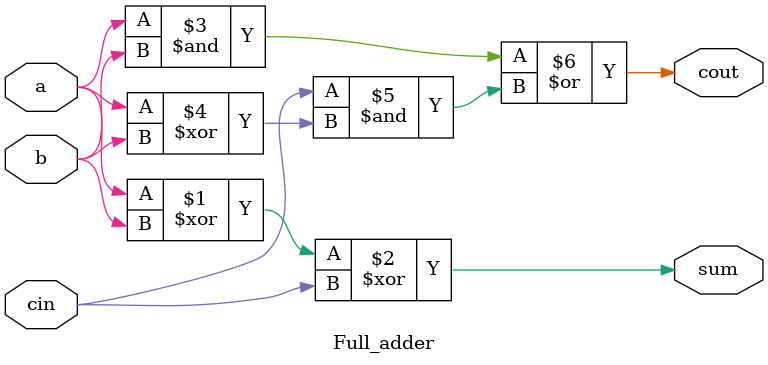
<source format=v>
`timescale 1ns / 1ps


module Full_adder(a,b,cin,sum,cout);
input a,b,cin;
output sum,cout;
assign 
sum= a^b^cin;
assign cout = (a&b)|cin&(a^b);
endmodule

</source>
